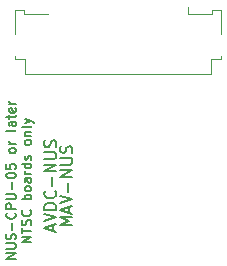
<source format=gbr>
%TF.GenerationSoftware,KiCad,Pcbnew,7.0.8*%
%TF.CreationDate,2024-06-14T11:44:33-04:00*%
%TF.ProjectId,mavnusadapter,6d61766e-7573-4616-9461-707465722e6b,rev?*%
%TF.SameCoordinates,Original*%
%TF.FileFunction,Legend,Top*%
%TF.FilePolarity,Positive*%
%FSLAX46Y46*%
G04 Gerber Fmt 4.6, Leading zero omitted, Abs format (unit mm)*
G04 Created by KiCad (PCBNEW 7.0.8) date 2024-06-14 11:44:33*
%MOMM*%
%LPD*%
G01*
G04 APERTURE LIST*
%ADD10C,0.150000*%
%ADD11C,0.120000*%
G04 APERTURE END LIST*
D10*
X21815419Y-35832820D02*
X20815419Y-35832820D01*
X20815419Y-35832820D02*
X21529704Y-35499487D01*
X21529704Y-35499487D02*
X20815419Y-35166154D01*
X20815419Y-35166154D02*
X21815419Y-35166154D01*
X21529704Y-34737582D02*
X21529704Y-34261392D01*
X21815419Y-34832820D02*
X20815419Y-34499487D01*
X20815419Y-34499487D02*
X21815419Y-34166154D01*
X20815419Y-33975677D02*
X21815419Y-33642344D01*
X21815419Y-33642344D02*
X20815419Y-33309011D01*
X21434466Y-32975677D02*
X21434466Y-32213773D01*
X21815419Y-31737582D02*
X20815419Y-31737582D01*
X20815419Y-31737582D02*
X21815419Y-31166154D01*
X21815419Y-31166154D02*
X20815419Y-31166154D01*
X20815419Y-30689963D02*
X21624942Y-30689963D01*
X21624942Y-30689963D02*
X21720180Y-30642344D01*
X21720180Y-30642344D02*
X21767800Y-30594725D01*
X21767800Y-30594725D02*
X21815419Y-30499487D01*
X21815419Y-30499487D02*
X21815419Y-30309011D01*
X21815419Y-30309011D02*
X21767800Y-30213773D01*
X21767800Y-30213773D02*
X21720180Y-30166154D01*
X21720180Y-30166154D02*
X21624942Y-30118535D01*
X21624942Y-30118535D02*
X20815419Y-30118535D01*
X21767800Y-29689963D02*
X21815419Y-29547106D01*
X21815419Y-29547106D02*
X21815419Y-29309011D01*
X21815419Y-29309011D02*
X21767800Y-29213773D01*
X21767800Y-29213773D02*
X21720180Y-29166154D01*
X21720180Y-29166154D02*
X21624942Y-29118535D01*
X21624942Y-29118535D02*
X21529704Y-29118535D01*
X21529704Y-29118535D02*
X21434466Y-29166154D01*
X21434466Y-29166154D02*
X21386847Y-29213773D01*
X21386847Y-29213773D02*
X21339228Y-29309011D01*
X21339228Y-29309011D02*
X21291609Y-29499487D01*
X21291609Y-29499487D02*
X21243990Y-29594725D01*
X21243990Y-29594725D02*
X21196371Y-29642344D01*
X21196371Y-29642344D02*
X21101133Y-29689963D01*
X21101133Y-29689963D02*
X21005895Y-29689963D01*
X21005895Y-29689963D02*
X20910657Y-29642344D01*
X20910657Y-29642344D02*
X20863038Y-29594725D01*
X20863038Y-29594725D02*
X20815419Y-29499487D01*
X20815419Y-29499487D02*
X20815419Y-29261392D01*
X20815419Y-29261392D02*
X20863038Y-29118535D01*
X20183504Y-36261439D02*
X20183504Y-35785249D01*
X20469219Y-36356677D02*
X19469219Y-36023344D01*
X19469219Y-36023344D02*
X20469219Y-35690011D01*
X19469219Y-35499534D02*
X20469219Y-35166201D01*
X20469219Y-35166201D02*
X19469219Y-34832868D01*
X20469219Y-34499534D02*
X19469219Y-34499534D01*
X19469219Y-34499534D02*
X19469219Y-34261439D01*
X19469219Y-34261439D02*
X19516838Y-34118582D01*
X19516838Y-34118582D02*
X19612076Y-34023344D01*
X19612076Y-34023344D02*
X19707314Y-33975725D01*
X19707314Y-33975725D02*
X19897790Y-33928106D01*
X19897790Y-33928106D02*
X20040647Y-33928106D01*
X20040647Y-33928106D02*
X20231123Y-33975725D01*
X20231123Y-33975725D02*
X20326361Y-34023344D01*
X20326361Y-34023344D02*
X20421600Y-34118582D01*
X20421600Y-34118582D02*
X20469219Y-34261439D01*
X20469219Y-34261439D02*
X20469219Y-34499534D01*
X20373980Y-32928106D02*
X20421600Y-32975725D01*
X20421600Y-32975725D02*
X20469219Y-33118582D01*
X20469219Y-33118582D02*
X20469219Y-33213820D01*
X20469219Y-33213820D02*
X20421600Y-33356677D01*
X20421600Y-33356677D02*
X20326361Y-33451915D01*
X20326361Y-33451915D02*
X20231123Y-33499534D01*
X20231123Y-33499534D02*
X20040647Y-33547153D01*
X20040647Y-33547153D02*
X19897790Y-33547153D01*
X19897790Y-33547153D02*
X19707314Y-33499534D01*
X19707314Y-33499534D02*
X19612076Y-33451915D01*
X19612076Y-33451915D02*
X19516838Y-33356677D01*
X19516838Y-33356677D02*
X19469219Y-33213820D01*
X19469219Y-33213820D02*
X19469219Y-33118582D01*
X19469219Y-33118582D02*
X19516838Y-32975725D01*
X19516838Y-32975725D02*
X19564457Y-32928106D01*
X20088266Y-32499534D02*
X20088266Y-31737630D01*
X20469219Y-31261439D02*
X19469219Y-31261439D01*
X19469219Y-31261439D02*
X20469219Y-30690011D01*
X20469219Y-30690011D02*
X19469219Y-30690011D01*
X19469219Y-30213820D02*
X20278742Y-30213820D01*
X20278742Y-30213820D02*
X20373980Y-30166201D01*
X20373980Y-30166201D02*
X20421600Y-30118582D01*
X20421600Y-30118582D02*
X20469219Y-30023344D01*
X20469219Y-30023344D02*
X20469219Y-29832868D01*
X20469219Y-29832868D02*
X20421600Y-29737630D01*
X20421600Y-29737630D02*
X20373980Y-29690011D01*
X20373980Y-29690011D02*
X20278742Y-29642392D01*
X20278742Y-29642392D02*
X19469219Y-29642392D01*
X20421600Y-29213820D02*
X20469219Y-29070963D01*
X20469219Y-29070963D02*
X20469219Y-28832868D01*
X20469219Y-28832868D02*
X20421600Y-28737630D01*
X20421600Y-28737630D02*
X20373980Y-28690011D01*
X20373980Y-28690011D02*
X20278742Y-28642392D01*
X20278742Y-28642392D02*
X20183504Y-28642392D01*
X20183504Y-28642392D02*
X20088266Y-28690011D01*
X20088266Y-28690011D02*
X20040647Y-28737630D01*
X20040647Y-28737630D02*
X19993028Y-28832868D01*
X19993028Y-28832868D02*
X19945409Y-29023344D01*
X19945409Y-29023344D02*
X19897790Y-29118582D01*
X19897790Y-29118582D02*
X19850171Y-29166201D01*
X19850171Y-29166201D02*
X19754933Y-29213820D01*
X19754933Y-29213820D02*
X19659695Y-29213820D01*
X19659695Y-29213820D02*
X19564457Y-29166201D01*
X19564457Y-29166201D02*
X19516838Y-29118582D01*
X19516838Y-29118582D02*
X19469219Y-29023344D01*
X19469219Y-29023344D02*
X19469219Y-28785249D01*
X19469219Y-28785249D02*
X19516838Y-28642392D01*
X17046695Y-38664323D02*
X16246695Y-38664323D01*
X16246695Y-38664323D02*
X17046695Y-38207180D01*
X17046695Y-38207180D02*
X16246695Y-38207180D01*
X16246695Y-37826228D02*
X16894314Y-37826228D01*
X16894314Y-37826228D02*
X16970504Y-37788133D01*
X16970504Y-37788133D02*
X17008600Y-37750038D01*
X17008600Y-37750038D02*
X17046695Y-37673847D01*
X17046695Y-37673847D02*
X17046695Y-37521466D01*
X17046695Y-37521466D02*
X17008600Y-37445276D01*
X17008600Y-37445276D02*
X16970504Y-37407181D01*
X16970504Y-37407181D02*
X16894314Y-37369085D01*
X16894314Y-37369085D02*
X16246695Y-37369085D01*
X17008600Y-37026229D02*
X17046695Y-36911943D01*
X17046695Y-36911943D02*
X17046695Y-36721467D01*
X17046695Y-36721467D02*
X17008600Y-36645276D01*
X17008600Y-36645276D02*
X16970504Y-36607181D01*
X16970504Y-36607181D02*
X16894314Y-36569086D01*
X16894314Y-36569086D02*
X16818123Y-36569086D01*
X16818123Y-36569086D02*
X16741933Y-36607181D01*
X16741933Y-36607181D02*
X16703838Y-36645276D01*
X16703838Y-36645276D02*
X16665742Y-36721467D01*
X16665742Y-36721467D02*
X16627647Y-36873848D01*
X16627647Y-36873848D02*
X16589552Y-36950038D01*
X16589552Y-36950038D02*
X16551457Y-36988133D01*
X16551457Y-36988133D02*
X16475266Y-37026229D01*
X16475266Y-37026229D02*
X16399076Y-37026229D01*
X16399076Y-37026229D02*
X16322885Y-36988133D01*
X16322885Y-36988133D02*
X16284790Y-36950038D01*
X16284790Y-36950038D02*
X16246695Y-36873848D01*
X16246695Y-36873848D02*
X16246695Y-36683371D01*
X16246695Y-36683371D02*
X16284790Y-36569086D01*
X16741933Y-36226228D02*
X16741933Y-35616705D01*
X16970504Y-34778609D02*
X17008600Y-34816705D01*
X17008600Y-34816705D02*
X17046695Y-34930990D01*
X17046695Y-34930990D02*
X17046695Y-35007181D01*
X17046695Y-35007181D02*
X17008600Y-35121467D01*
X17008600Y-35121467D02*
X16932409Y-35197657D01*
X16932409Y-35197657D02*
X16856219Y-35235752D01*
X16856219Y-35235752D02*
X16703838Y-35273848D01*
X16703838Y-35273848D02*
X16589552Y-35273848D01*
X16589552Y-35273848D02*
X16437171Y-35235752D01*
X16437171Y-35235752D02*
X16360980Y-35197657D01*
X16360980Y-35197657D02*
X16284790Y-35121467D01*
X16284790Y-35121467D02*
X16246695Y-35007181D01*
X16246695Y-35007181D02*
X16246695Y-34930990D01*
X16246695Y-34930990D02*
X16284790Y-34816705D01*
X16284790Y-34816705D02*
X16322885Y-34778609D01*
X17046695Y-34435752D02*
X16246695Y-34435752D01*
X16246695Y-34435752D02*
X16246695Y-34130990D01*
X16246695Y-34130990D02*
X16284790Y-34054800D01*
X16284790Y-34054800D02*
X16322885Y-34016705D01*
X16322885Y-34016705D02*
X16399076Y-33978609D01*
X16399076Y-33978609D02*
X16513361Y-33978609D01*
X16513361Y-33978609D02*
X16589552Y-34016705D01*
X16589552Y-34016705D02*
X16627647Y-34054800D01*
X16627647Y-34054800D02*
X16665742Y-34130990D01*
X16665742Y-34130990D02*
X16665742Y-34435752D01*
X16246695Y-33635752D02*
X16894314Y-33635752D01*
X16894314Y-33635752D02*
X16970504Y-33597657D01*
X16970504Y-33597657D02*
X17008600Y-33559562D01*
X17008600Y-33559562D02*
X17046695Y-33483371D01*
X17046695Y-33483371D02*
X17046695Y-33330990D01*
X17046695Y-33330990D02*
X17008600Y-33254800D01*
X17008600Y-33254800D02*
X16970504Y-33216705D01*
X16970504Y-33216705D02*
X16894314Y-33178609D01*
X16894314Y-33178609D02*
X16246695Y-33178609D01*
X16741933Y-32797657D02*
X16741933Y-32188134D01*
X16246695Y-31654800D02*
X16246695Y-31578610D01*
X16246695Y-31578610D02*
X16284790Y-31502419D01*
X16284790Y-31502419D02*
X16322885Y-31464324D01*
X16322885Y-31464324D02*
X16399076Y-31426229D01*
X16399076Y-31426229D02*
X16551457Y-31388134D01*
X16551457Y-31388134D02*
X16741933Y-31388134D01*
X16741933Y-31388134D02*
X16894314Y-31426229D01*
X16894314Y-31426229D02*
X16970504Y-31464324D01*
X16970504Y-31464324D02*
X17008600Y-31502419D01*
X17008600Y-31502419D02*
X17046695Y-31578610D01*
X17046695Y-31578610D02*
X17046695Y-31654800D01*
X17046695Y-31654800D02*
X17008600Y-31730991D01*
X17008600Y-31730991D02*
X16970504Y-31769086D01*
X16970504Y-31769086D02*
X16894314Y-31807181D01*
X16894314Y-31807181D02*
X16741933Y-31845277D01*
X16741933Y-31845277D02*
X16551457Y-31845277D01*
X16551457Y-31845277D02*
X16399076Y-31807181D01*
X16399076Y-31807181D02*
X16322885Y-31769086D01*
X16322885Y-31769086D02*
X16284790Y-31730991D01*
X16284790Y-31730991D02*
X16246695Y-31654800D01*
X16246695Y-30664324D02*
X16246695Y-31045276D01*
X16246695Y-31045276D02*
X16627647Y-31083372D01*
X16627647Y-31083372D02*
X16589552Y-31045276D01*
X16589552Y-31045276D02*
X16551457Y-30969086D01*
X16551457Y-30969086D02*
X16551457Y-30778610D01*
X16551457Y-30778610D02*
X16589552Y-30702419D01*
X16589552Y-30702419D02*
X16627647Y-30664324D01*
X16627647Y-30664324D02*
X16703838Y-30626229D01*
X16703838Y-30626229D02*
X16894314Y-30626229D01*
X16894314Y-30626229D02*
X16970504Y-30664324D01*
X16970504Y-30664324D02*
X17008600Y-30702419D01*
X17008600Y-30702419D02*
X17046695Y-30778610D01*
X17046695Y-30778610D02*
X17046695Y-30969086D01*
X17046695Y-30969086D02*
X17008600Y-31045276D01*
X17008600Y-31045276D02*
X16970504Y-31083372D01*
X17046695Y-29559562D02*
X17008600Y-29635752D01*
X17008600Y-29635752D02*
X16970504Y-29673847D01*
X16970504Y-29673847D02*
X16894314Y-29711943D01*
X16894314Y-29711943D02*
X16665742Y-29711943D01*
X16665742Y-29711943D02*
X16589552Y-29673847D01*
X16589552Y-29673847D02*
X16551457Y-29635752D01*
X16551457Y-29635752D02*
X16513361Y-29559562D01*
X16513361Y-29559562D02*
X16513361Y-29445276D01*
X16513361Y-29445276D02*
X16551457Y-29369085D01*
X16551457Y-29369085D02*
X16589552Y-29330990D01*
X16589552Y-29330990D02*
X16665742Y-29292895D01*
X16665742Y-29292895D02*
X16894314Y-29292895D01*
X16894314Y-29292895D02*
X16970504Y-29330990D01*
X16970504Y-29330990D02*
X17008600Y-29369085D01*
X17008600Y-29369085D02*
X17046695Y-29445276D01*
X17046695Y-29445276D02*
X17046695Y-29559562D01*
X17046695Y-28950037D02*
X16513361Y-28950037D01*
X16665742Y-28950037D02*
X16589552Y-28911942D01*
X16589552Y-28911942D02*
X16551457Y-28873847D01*
X16551457Y-28873847D02*
X16513361Y-28797656D01*
X16513361Y-28797656D02*
X16513361Y-28721466D01*
X17046695Y-27730990D02*
X17008600Y-27807180D01*
X17008600Y-27807180D02*
X16932409Y-27845275D01*
X16932409Y-27845275D02*
X16246695Y-27845275D01*
X17046695Y-27083370D02*
X16627647Y-27083370D01*
X16627647Y-27083370D02*
X16551457Y-27121465D01*
X16551457Y-27121465D02*
X16513361Y-27197656D01*
X16513361Y-27197656D02*
X16513361Y-27350037D01*
X16513361Y-27350037D02*
X16551457Y-27426227D01*
X17008600Y-27083370D02*
X17046695Y-27159561D01*
X17046695Y-27159561D02*
X17046695Y-27350037D01*
X17046695Y-27350037D02*
X17008600Y-27426227D01*
X17008600Y-27426227D02*
X16932409Y-27464323D01*
X16932409Y-27464323D02*
X16856219Y-27464323D01*
X16856219Y-27464323D02*
X16780028Y-27426227D01*
X16780028Y-27426227D02*
X16741933Y-27350037D01*
X16741933Y-27350037D02*
X16741933Y-27159561D01*
X16741933Y-27159561D02*
X16703838Y-27083370D01*
X16513361Y-26816703D02*
X16513361Y-26511941D01*
X16246695Y-26702417D02*
X16932409Y-26702417D01*
X16932409Y-26702417D02*
X17008600Y-26664322D01*
X17008600Y-26664322D02*
X17046695Y-26588132D01*
X17046695Y-26588132D02*
X17046695Y-26511941D01*
X17008600Y-25940512D02*
X17046695Y-26016703D01*
X17046695Y-26016703D02*
X17046695Y-26169084D01*
X17046695Y-26169084D02*
X17008600Y-26245274D01*
X17008600Y-26245274D02*
X16932409Y-26283370D01*
X16932409Y-26283370D02*
X16627647Y-26283370D01*
X16627647Y-26283370D02*
X16551457Y-26245274D01*
X16551457Y-26245274D02*
X16513361Y-26169084D01*
X16513361Y-26169084D02*
X16513361Y-26016703D01*
X16513361Y-26016703D02*
X16551457Y-25940512D01*
X16551457Y-25940512D02*
X16627647Y-25902417D01*
X16627647Y-25902417D02*
X16703838Y-25902417D01*
X16703838Y-25902417D02*
X16780028Y-26283370D01*
X17046695Y-25559560D02*
X16513361Y-25559560D01*
X16665742Y-25559560D02*
X16589552Y-25521465D01*
X16589552Y-25521465D02*
X16551457Y-25483370D01*
X16551457Y-25483370D02*
X16513361Y-25407179D01*
X16513361Y-25407179D02*
X16513361Y-25330989D01*
X18334695Y-37235753D02*
X17534695Y-37235753D01*
X17534695Y-37235753D02*
X18334695Y-36778610D01*
X18334695Y-36778610D02*
X17534695Y-36778610D01*
X17534695Y-36511944D02*
X17534695Y-36054801D01*
X18334695Y-36283373D02*
X17534695Y-36283373D01*
X18296600Y-35826230D02*
X18334695Y-35711944D01*
X18334695Y-35711944D02*
X18334695Y-35521468D01*
X18334695Y-35521468D02*
X18296600Y-35445277D01*
X18296600Y-35445277D02*
X18258504Y-35407182D01*
X18258504Y-35407182D02*
X18182314Y-35369087D01*
X18182314Y-35369087D02*
X18106123Y-35369087D01*
X18106123Y-35369087D02*
X18029933Y-35407182D01*
X18029933Y-35407182D02*
X17991838Y-35445277D01*
X17991838Y-35445277D02*
X17953742Y-35521468D01*
X17953742Y-35521468D02*
X17915647Y-35673849D01*
X17915647Y-35673849D02*
X17877552Y-35750039D01*
X17877552Y-35750039D02*
X17839457Y-35788134D01*
X17839457Y-35788134D02*
X17763266Y-35826230D01*
X17763266Y-35826230D02*
X17687076Y-35826230D01*
X17687076Y-35826230D02*
X17610885Y-35788134D01*
X17610885Y-35788134D02*
X17572790Y-35750039D01*
X17572790Y-35750039D02*
X17534695Y-35673849D01*
X17534695Y-35673849D02*
X17534695Y-35483372D01*
X17534695Y-35483372D02*
X17572790Y-35369087D01*
X18258504Y-34569086D02*
X18296600Y-34607182D01*
X18296600Y-34607182D02*
X18334695Y-34721467D01*
X18334695Y-34721467D02*
X18334695Y-34797658D01*
X18334695Y-34797658D02*
X18296600Y-34911944D01*
X18296600Y-34911944D02*
X18220409Y-34988134D01*
X18220409Y-34988134D02*
X18144219Y-35026229D01*
X18144219Y-35026229D02*
X17991838Y-35064325D01*
X17991838Y-35064325D02*
X17877552Y-35064325D01*
X17877552Y-35064325D02*
X17725171Y-35026229D01*
X17725171Y-35026229D02*
X17648980Y-34988134D01*
X17648980Y-34988134D02*
X17572790Y-34911944D01*
X17572790Y-34911944D02*
X17534695Y-34797658D01*
X17534695Y-34797658D02*
X17534695Y-34721467D01*
X17534695Y-34721467D02*
X17572790Y-34607182D01*
X17572790Y-34607182D02*
X17610885Y-34569086D01*
X18334695Y-33616705D02*
X17534695Y-33616705D01*
X17839457Y-33616705D02*
X17801361Y-33540515D01*
X17801361Y-33540515D02*
X17801361Y-33388134D01*
X17801361Y-33388134D02*
X17839457Y-33311943D01*
X17839457Y-33311943D02*
X17877552Y-33273848D01*
X17877552Y-33273848D02*
X17953742Y-33235753D01*
X17953742Y-33235753D02*
X18182314Y-33235753D01*
X18182314Y-33235753D02*
X18258504Y-33273848D01*
X18258504Y-33273848D02*
X18296600Y-33311943D01*
X18296600Y-33311943D02*
X18334695Y-33388134D01*
X18334695Y-33388134D02*
X18334695Y-33540515D01*
X18334695Y-33540515D02*
X18296600Y-33616705D01*
X18334695Y-32778610D02*
X18296600Y-32854800D01*
X18296600Y-32854800D02*
X18258504Y-32892895D01*
X18258504Y-32892895D02*
X18182314Y-32930991D01*
X18182314Y-32930991D02*
X17953742Y-32930991D01*
X17953742Y-32930991D02*
X17877552Y-32892895D01*
X17877552Y-32892895D02*
X17839457Y-32854800D01*
X17839457Y-32854800D02*
X17801361Y-32778610D01*
X17801361Y-32778610D02*
X17801361Y-32664324D01*
X17801361Y-32664324D02*
X17839457Y-32588133D01*
X17839457Y-32588133D02*
X17877552Y-32550038D01*
X17877552Y-32550038D02*
X17953742Y-32511943D01*
X17953742Y-32511943D02*
X18182314Y-32511943D01*
X18182314Y-32511943D02*
X18258504Y-32550038D01*
X18258504Y-32550038D02*
X18296600Y-32588133D01*
X18296600Y-32588133D02*
X18334695Y-32664324D01*
X18334695Y-32664324D02*
X18334695Y-32778610D01*
X18334695Y-31826228D02*
X17915647Y-31826228D01*
X17915647Y-31826228D02*
X17839457Y-31864323D01*
X17839457Y-31864323D02*
X17801361Y-31940514D01*
X17801361Y-31940514D02*
X17801361Y-32092895D01*
X17801361Y-32092895D02*
X17839457Y-32169085D01*
X18296600Y-31826228D02*
X18334695Y-31902419D01*
X18334695Y-31902419D02*
X18334695Y-32092895D01*
X18334695Y-32092895D02*
X18296600Y-32169085D01*
X18296600Y-32169085D02*
X18220409Y-32207181D01*
X18220409Y-32207181D02*
X18144219Y-32207181D01*
X18144219Y-32207181D02*
X18068028Y-32169085D01*
X18068028Y-32169085D02*
X18029933Y-32092895D01*
X18029933Y-32092895D02*
X18029933Y-31902419D01*
X18029933Y-31902419D02*
X17991838Y-31826228D01*
X18334695Y-31445275D02*
X17801361Y-31445275D01*
X17953742Y-31445275D02*
X17877552Y-31407180D01*
X17877552Y-31407180D02*
X17839457Y-31369085D01*
X17839457Y-31369085D02*
X17801361Y-31292894D01*
X17801361Y-31292894D02*
X17801361Y-31216704D01*
X18334695Y-30607180D02*
X17534695Y-30607180D01*
X18296600Y-30607180D02*
X18334695Y-30683371D01*
X18334695Y-30683371D02*
X18334695Y-30835752D01*
X18334695Y-30835752D02*
X18296600Y-30911942D01*
X18296600Y-30911942D02*
X18258504Y-30950037D01*
X18258504Y-30950037D02*
X18182314Y-30988133D01*
X18182314Y-30988133D02*
X17953742Y-30988133D01*
X17953742Y-30988133D02*
X17877552Y-30950037D01*
X17877552Y-30950037D02*
X17839457Y-30911942D01*
X17839457Y-30911942D02*
X17801361Y-30835752D01*
X17801361Y-30835752D02*
X17801361Y-30683371D01*
X17801361Y-30683371D02*
X17839457Y-30607180D01*
X18296600Y-30264323D02*
X18334695Y-30188132D01*
X18334695Y-30188132D02*
X18334695Y-30035751D01*
X18334695Y-30035751D02*
X18296600Y-29959561D01*
X18296600Y-29959561D02*
X18220409Y-29921465D01*
X18220409Y-29921465D02*
X18182314Y-29921465D01*
X18182314Y-29921465D02*
X18106123Y-29959561D01*
X18106123Y-29959561D02*
X18068028Y-30035751D01*
X18068028Y-30035751D02*
X18068028Y-30150037D01*
X18068028Y-30150037D02*
X18029933Y-30226227D01*
X18029933Y-30226227D02*
X17953742Y-30264323D01*
X17953742Y-30264323D02*
X17915647Y-30264323D01*
X17915647Y-30264323D02*
X17839457Y-30226227D01*
X17839457Y-30226227D02*
X17801361Y-30150037D01*
X17801361Y-30150037D02*
X17801361Y-30035751D01*
X17801361Y-30035751D02*
X17839457Y-29959561D01*
X18334695Y-28854799D02*
X18296600Y-28930989D01*
X18296600Y-28930989D02*
X18258504Y-28969084D01*
X18258504Y-28969084D02*
X18182314Y-29007180D01*
X18182314Y-29007180D02*
X17953742Y-29007180D01*
X17953742Y-29007180D02*
X17877552Y-28969084D01*
X17877552Y-28969084D02*
X17839457Y-28930989D01*
X17839457Y-28930989D02*
X17801361Y-28854799D01*
X17801361Y-28854799D02*
X17801361Y-28740513D01*
X17801361Y-28740513D02*
X17839457Y-28664322D01*
X17839457Y-28664322D02*
X17877552Y-28626227D01*
X17877552Y-28626227D02*
X17953742Y-28588132D01*
X17953742Y-28588132D02*
X18182314Y-28588132D01*
X18182314Y-28588132D02*
X18258504Y-28626227D01*
X18258504Y-28626227D02*
X18296600Y-28664322D01*
X18296600Y-28664322D02*
X18334695Y-28740513D01*
X18334695Y-28740513D02*
X18334695Y-28854799D01*
X17801361Y-28245274D02*
X18334695Y-28245274D01*
X17877552Y-28245274D02*
X17839457Y-28207179D01*
X17839457Y-28207179D02*
X17801361Y-28130989D01*
X17801361Y-28130989D02*
X17801361Y-28016703D01*
X17801361Y-28016703D02*
X17839457Y-27940512D01*
X17839457Y-27940512D02*
X17915647Y-27902417D01*
X17915647Y-27902417D02*
X18334695Y-27902417D01*
X18334695Y-27407179D02*
X18296600Y-27483369D01*
X18296600Y-27483369D02*
X18220409Y-27521464D01*
X18220409Y-27521464D02*
X17534695Y-27521464D01*
X17801361Y-27178607D02*
X18334695Y-26988131D01*
X17801361Y-26797654D02*
X18334695Y-26988131D01*
X18334695Y-26988131D02*
X18525171Y-27064321D01*
X18525171Y-27064321D02*
X18563266Y-27102416D01*
X18563266Y-27102416D02*
X18601361Y-27178607D01*
D11*
%TO.C,REF\u002A\u002A*%
X16989000Y-17588600D02*
X17759000Y-17588600D01*
X16989000Y-19638600D02*
X16989000Y-17588600D01*
X16989000Y-21758600D02*
X16989000Y-21458600D01*
X17759000Y-17588600D02*
X17759000Y-17938600D01*
X17759000Y-17938600D02*
X19739000Y-17938600D01*
X17789000Y-21758600D02*
X16989000Y-21758600D01*
X17789000Y-23058600D02*
X17789000Y-21758600D01*
X31659000Y-17348600D02*
X31659000Y-17938600D01*
X31659000Y-17938600D02*
X33639000Y-17938600D01*
X33609000Y-21758600D02*
X33609000Y-23058600D01*
X33609000Y-23058600D02*
X17789000Y-23058600D01*
X33639000Y-17588600D02*
X34409000Y-17588600D01*
X33639000Y-17938600D02*
X33639000Y-17588600D01*
X34409000Y-17588600D02*
X34409000Y-19638600D01*
X34409000Y-21458600D02*
X34409000Y-21758600D01*
X34409000Y-21758600D02*
X33609000Y-21758600D01*
%TD*%
M02*

</source>
